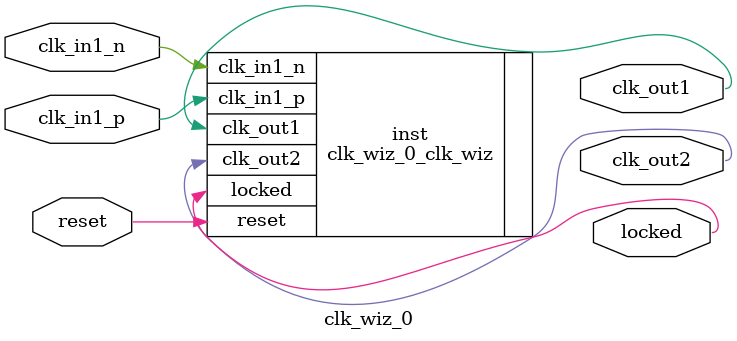
<source format=v>


`timescale 1ps/1ps

(* CORE_GENERATION_INFO = "clk_wiz_0,clk_wiz_v6_0_12_0_0,{component_name=clk_wiz_0,use_phase_alignment=true,use_min_o_jitter=false,use_max_i_jitter=false,use_dyn_phase_shift=false,use_inclk_switchover=false,use_dyn_reconfig=false,enable_axi=0,feedback_source=FDBK_AUTO,PRIMITIVE=MMCM,num_out_clk=2,clkin1_period=5.000,clkin2_period=10.0,use_power_down=false,use_reset=true,use_locked=true,use_inclk_stopped=false,feedback_type=SINGLE,CLOCK_MGR_TYPE=NA,manual_override=false}" *)

module clk_wiz_0 
 (
  // Clock out ports
  output        clk_out1,
  output        clk_out2,
  // Status and control signals
  input         reset,
  output        locked,
 // Clock in ports
  input         clk_in1_p,
  input         clk_in1_n
 );

  clk_wiz_0_clk_wiz inst
  (
  // Clock out ports  
  .clk_out1(clk_out1),
  .clk_out2(clk_out2),
  // Status and control signals               
  .reset(reset), 
  .locked(locked),
 // Clock in ports
  .clk_in1_p(clk_in1_p),
  .clk_in1_n(clk_in1_n)
  );

endmodule

</source>
